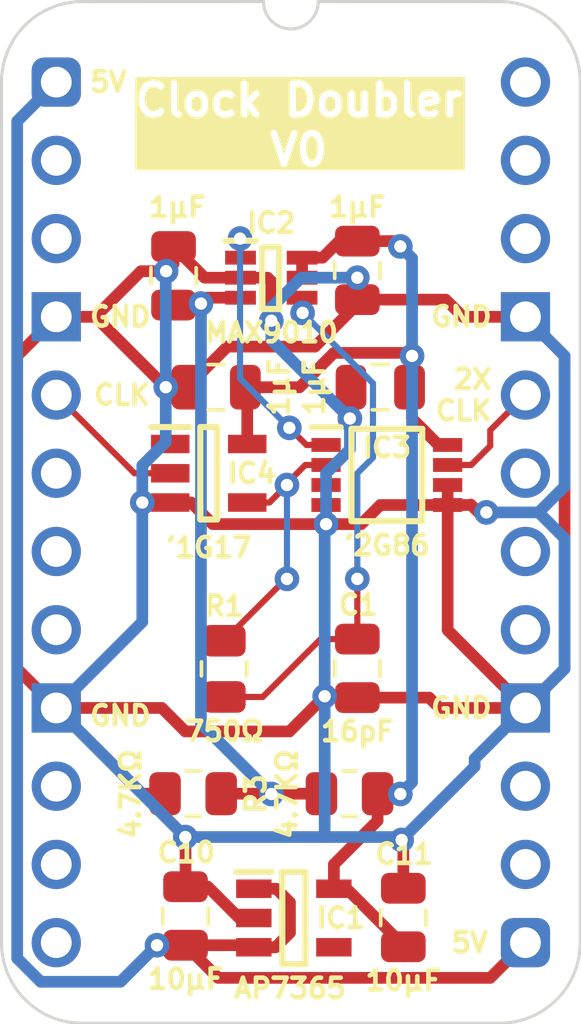
<source format=kicad_pcb>
(kicad_pcb (version 20241229) (generator "pcbnew") (generator_version "9.0")
  (title_block (title "Clock Hold Standard") (date "2024-02-16") (rev "V0"))
  (layers (0 "F.Cu" signal) (2 "B.Cu" signal) (13 "F.Paste" user) (15 "B.Paste" user) (5 "F.SilkS" user "F.Silkscreen") (7 "B.SilkS" user "B.Silkscreen") (1 "F.Mask" user) (3 "B.Mask" user) (25 "Edge.Cuts" user))
  (net 0 "")
  (net 1 "/3.3V")
  (net 5 "Net-(IC2-IN-)")
  (net 6 "/1.6V")
  (net 7 "Net-(IC2-OUT)")
  (net 11 "/Clean Fast CLK")
  (net 25 "GND")
  (net 26 "5V")
  (net 27 "2x Fast CLK")
  (net 28 "Fast CLK")
  (footprint "SamacSys_Parts:C_0805" (layer "F.Cu") (at 10.541 9.906 90)
    (property "Reference" "C5" (hide yes))
    (property "Value" "1μF" (at 0 -2.159 90) (layer "F.SilkS") (effects (font (size 0.635 0.635))))
    (fp_line (start 0.735 0.245252) (end 0.735 -0.277252) (stroke (width 0.12)) (layer "F.SilkS"))
    (fp_line (start -0.735 0.245252) (end -0.735 -0.277252) (stroke (width 0.12)) (layer "F.SilkS"))
    (pad "1" smd roundrect (at 0 0.934 180) (size 1 1.45) (layers "F.Cu" "F.Mask" "F.Paste") (net 1 "/3.3V"))
    (pad "2" smd roundrect (at 0 -0.966 180) (size 1 1.45) (layers "F.Cu" "F.Mask" "F.Paste") (net 25 "GND"))
  )
  (footprint "SamacSys_Parts:C_0805" (layer "F.Cu") (at 9.779 6.096 180)
    (property "Reference" "C4" (hide yes))
    (property "Value" "1μF" (at 0 2.032 0) (layer "F.SilkS") (effects (font (size 0.635 0.635))))
    (fp_line (start 0.735 0.245252) (end 0.735 -0.277252) (stroke (width 0.12)) (layer "F.SilkS"))
    (fp_line (start -0.735 0.245252) (end -0.735 -0.277252) (stroke (width 0.12)) (layer "F.SilkS"))
    (pad "1" smd roundrect (at 0 0.934 270) (size 1 1.45) (layers "F.Cu" "F.Mask" "F.Paste") (net 1 "/3.3V"))
    (pad "2" smd roundrect (at 0 -0.966 270) (size 1 1.45) (layers "F.Cu" "F.Mask" "F.Paste") (net 25 "GND"))
  )
  (footprint "SamacSys_Parts:R_0805" (layer "F.Cu") (at 4.445 23.114 -90)
    (property "Reference" "R3" (at 0 -2.032 90) (layer "F.SilkS") (effects (font (size 0.635 0.635))))
    (property "Value" "4.7KΩ" (at 0 2.032 90) (layer "F.SilkS") (effects (font (size 0.635 0.635))))
    (fp_line (start -0.745 0.227064) (end -0.745 -0.227064) (stroke (width 0.12)) (layer "F.SilkS"))
    (fp_line (start 0.725 0.227064) (end 0.725 -0.227064) (stroke (width 0.12)) (layer "F.SilkS"))
    (pad "1" smd roundrect (at -0.01 0.9125) (size 1.025 1.4) (layers "F.Cu" "F.Mask" "F.Paste") (roundrect_rratio 0.243902) (net 25 "GND"))
    (pad "2" smd roundrect (at -0.01 -0.9125) (size 1.025 1.4) (layers "F.Cu" "F.Mask" "F.Paste") (roundrect_rratio 0.243902) (net 6 "/1.6V"))
  )
  (footprint "SamacSys_Parts:DIP-24_Board_W15.24mm" (layer "F.Cu") (at 0 0)
    (property "Reference" "J1" (hide yes))
    (property "Value" "Conn_02x12_Counter_Clockwise" (hide yes))
    (fp_line (start -1.778 27.94) (end -1.778 0) (stroke (width 0.1)) (layer "Edge.Cuts"))
    (fp_line (start 6.731 -2.6162) (end 0.835732 -2.613732) (stroke (width 0.1)) (layer "Edge.Cuts"))
    (fp_line (start 14.404267 -2.613733) (end 8.509 -2.6162) (stroke (width 0.1)) (layer "Edge.Cuts"))
    (fp_line (start 14.404268 30.553732) (end 0.835733 30.553733) (stroke (width 0.1)) (layer "Edge.Cuts"))
    (fp_line (start 17.018 27.94) (end 17.017999 -0.000001) (stroke (width 0.1)) (layer "Edge.Cuts"))
    (fp_arc (start -1.778 0) (mid -1.012456 -1.848188) (end 0.835732 -2.613732) (stroke (width 0.1)) (layer "Edge.Cuts"))
    (fp_arc (start 0.835733 30.553733) (mid -1.012457 29.78819) (end -1.778 27.94) (stroke (width 0.1)) (layer "Edge.Cuts"))
    (fp_arc (start 8.509 -2.6162) (mid 7.62 -1.7272) (end 6.731 -2.6162) (stroke (width 0.1)) (layer "Edge.Cuts"))
    (fp_arc (start 14.404267 -2.613733) (mid 16.252451 -1.848184) (end 17.017999 -0.000001) (stroke (width 0.1)) (layer "Edge.Cuts"))
    (fp_arc (start 17.018 27.94) (mid 16.252456 29.788187) (end 14.404268 30.553732) (stroke (width 0.1)) (layer "Edge.Cuts"))
    (pad "1" thru_hole roundrect (at 0 0) (size 1.6 1.6) (drill 1) (layers "*.Cu" "*.Mask") (net 26 "5V"))
    (pad "2" thru_hole oval (at 0 2.54) (size 1.6 1.6) (drill 1) (layers "*.Cu" "*.Mask"))
    (pad "3" thru_hole oval (at 0 5.08) (size 1.6 1.6) (drill 1) (layers "*.Cu" "*.Mask"))
    (pad "4" thru_hole rect (at 0 7.62) (size 1.6 1.6) (drill 1) (layers "*.Cu" "*.Mask") (net 25 "GND"))
    (pad "5" thru_hole oval (at 0 10.16) (size 1.6 1.6) (drill 1) (layers "*.Cu" "*.Mask") (net 28 "Fast CLK"))
    (pad "6" thru_hole oval (at 0 12.7) (size 1.6 1.6) (drill 1) (layers "*.Cu" "*.Mask"))
    (pad "7" thru_hole oval (at 0 15.24) (size 1.6 1.6) (drill 1) (layers "*.Cu" "*.Mask"))
    (pad "8" thru_hole oval (at 0 17.78) (size 1.6 1.6) (drill 1) (layers "*.Cu" "*.Mask"))
    (pad "9" thru_hole rect (at 0 20.32) (size 1.6 1.6) (drill 1) (layers "*.Cu" "*.Mask") (net 25 "GND"))
    (pad "10" thru_hole oval (at 0 22.86) (size 1.6 1.6) (drill 1) (layers "*.Cu" "*.Mask"))
    (pad "11" thru_hole oval (at 0 25.4) (size 1.6 1.6) (drill 1) (layers "*.Cu" "*.Mask"))
    (pad "12" thru_hole oval (at 0 27.94) (size 1.6 1.6) (drill 1) (layers "*.Cu" "*.Mask"))
    (pad "13" thru_hole roundrect (at 15.24 27.94) (size 1.6 1.6) (drill 1) (layers "*.Cu" "*.Mask") (net 26 "5V"))
    (pad "14" thru_hole oval (at 15.24 25.4) (size 1.6 1.6) (drill 1) (layers "*.Cu" "*.Mask"))
    (pad "15" thru_hole oval (at 15.24 22.86) (size 1.6 1.6) (drill 1) (layers "*.Cu" "*.Mask"))
    (pad "16" thru_hole rect (at 15.24 20.32) (size 1.6 1.6) (drill 1) (layers "*.Cu" "*.Mask") (net 25 "GND"))
    (pad "17" thru_hole oval (at 15.24 17.78 180) (size 1.6 1.6) (drill 1) (layers "*.Cu" "*.Mask"))
    (pad "18" thru_hole oval (at 15.24 15.24 180) (size 1.6 1.6) (drill 1) (layers "*.Cu" "*.Mask"))
    (pad "19" thru_hole oval (at 15.24 12.7 180) (size 1.6 1.6) (drill 1) (layers "*.Cu" "*.Mask"))
    (pad "20" thru_hole oval (at 15.24 10.16 180) (size 1.6 1.6) (drill 1) (layers "*.Cu" "*.Mask") (net 27 "2x Fast CLK"))
    (pad "21" thru_hole rect (at 15.24 7.62) (size 1.6 1.6) (drill 1) (layers "*.Cu" "*.Mask") (net 25 "GND"))
    (pad "22" thru_hole oval (at 15.24 5.08) (size 1.6 1.6) (drill 1) (layers "*.Cu" "*.Mask"))
    (pad "23" thru_hole oval (at 15.24 2.54) (size 1.6 1.6) (drill 1) (layers "*.Cu" "*.Mask"))
    (pad "24" thru_hole oval (at 15.24 0) (size 1.6 1.6) (drill 1) (layers "*.Cu" "*.Mask"))
  )
  (footprint "SamacSys_Parts:C_0805" (layer "F.Cu") (at 9.779 19.05)
    (property "Reference" "C1" (at 0.027 -2.075 180) (layer "F.SilkS") (effects (font (size 0.635 0.635))))
    (property "Value" "16pF" (at 0 2.032 0) (layer "F.SilkS") (effects (font (size 0.635 0.635))))
    (fp_line (start -0.735 0.245252) (end -0.735 -0.277252) (stroke (width 0.12)) (layer "F.SilkS"))
    (fp_line (start 0.735 0.245252) (end 0.735 -0.277252) (stroke (width 0.12)) (layer "F.SilkS"))
    (pad "1" smd roundrect (at 0 0.934 90) (size 1 1.45) (layers "F.Cu" "F.Mask" "F.Paste") (net 25 "GND"))
    (pad "2" smd roundrect (at 0 -0.966 90) (size 1 1.45) (layers "F.Cu" "F.Mask" "F.Paste") (net 5 "Net-(IC2-IN-)"))
  )
  (footprint "SamacSys_Parts:SOT65P210X110-6N" (layer "F.Cu") (at 6.985 6.35)
    (property "Reference" "IC2" (at 0 -1.778 0) (layer "F.SilkS") (effects (font (size 0.635 0.635))))
    (property "Value" "MAX9010EXT+T" (hide yes))
    (fp_line (start -1.5 -1.2) (end -0.5 -1.2) (stroke (width 0.2)) (layer "F.SilkS"))
    (fp_line (start -0.296 -0.984) (end 0.254 -0.984) (stroke (width 0.2)) (layer "F.SilkS"))
    (fp_line (start -0.296 1.016) (end -0.296 -0.984) (stroke (width 0.2)) (layer "F.SilkS"))
    (fp_line (start 0.254 -0.984) (end 0.254 1.016) (stroke (width 0.2)) (layer "F.SilkS"))
    (fp_line (start 0.254 1.016) (end -0.296 1.016) (stroke (width 0.2)) (layer "F.SilkS"))
    (fp_text user "${Silkscreen}" (at 0 1.778 0) (layer "F.SilkS") (effects (font (size 0.635 0.635))))
    (pad "1" smd rect (at -1 -0.65 90) (size 0.45 1) (layers "F.Cu" "F.Mask" "F.Paste") (net 7 "Net-(IC2-OUT)"))
    (pad "2" smd rect (at -1 0 90) (size 0.45 1) (layers "F.Cu" "F.Mask" "F.Paste") (net 25 "GND"))
    (pad "3" smd rect (at -1 0.65 90) (size 0.45 1) (layers "F.Cu" "F.Mask" "F.Paste") (net 6 "/1.6V"))
    (pad "4" smd rect (at 1 0.65 90) (size 0.45 1) (layers "F.Cu" "F.Mask" "F.Paste") (net 5 "Net-(IC2-IN-)"))
    (pad "5" smd rect (at 1 0 90) (size 0.45 1) (layers "F.Cu" "F.Mask" "F.Paste") (net 1 "/3.3V"))
    (pad "6" smd rect (at 1 -0.65 90) (size 0.45 1) (layers "F.Cu" "F.Mask" "F.Paste") (net 1 "/3.3V"))
  )
  (footprint "SamacSys_Parts:SOP65P400X110-8N" (layer "F.Cu") (at 10.738 12.756)
    (property "Reference" "IC3" (at 0 -0.889 0) (layer "F.SilkS") (effects (font (size 0.635 0.635))))
    (property "Value" "74LVC2G86DP,125" (hide yes))
    (fp_line (start -2.45 -1.55) (end -1.5 -1.55) (stroke (width 0.2)) (layer "F.SilkS"))
    (fp_line (start -1.15 -1.5) (end 1.15 -1.5) (stroke (width 0.2)) (layer "F.SilkS"))
    (fp_line (start -1.15 1.5) (end -1.15 -1.5) (stroke (width 0.2)) (layer "F.SilkS"))
    (fp_line (start 1.15 -1.5) (end 1.15 1.5) (stroke (width 0.2)) (layer "F.SilkS"))
    (fp_line (start 1.15 1.5) (end -1.15 1.5) (stroke (width 0.2)) (layer "F.SilkS"))
    (fp_text user "${Silkscreen}" (at 0 2.286 0) (layer "F.SilkS") (effects (font (size 0.635 0.635))))
    (pad "1" smd rect (at -1.975 -0.975 90) (size 0.45 0.95) (layers "F.Cu" "F.Mask" "F.Paste") (net 7 "Net-(IC2-OUT)"))
    (pad "2" smd rect (at -1.975 -0.325 90) (size 0.45 0.95) (layers "F.Cu" "F.Mask" "F.Paste") (net 11 "/Clean Fast CLK"))
    (pad "3" smd rect (at -1.975 0.325 90) (size 0.45 0.95) (layers "F.Cu" "F.Mask" "F.Paste"))
    (pad "4" smd rect (at -1.975 0.975 90) (size 0.45 0.95) (layers "F.Cu" "F.Mask" "F.Paste") (net 25 "GND"))
    (pad "5" smd rect (at 1.975 0.975 90) (size 0.45 0.95) (layers "F.Cu" "F.Mask" "F.Paste") (net 25 "GND"))
    (pad "6" smd rect (at 1.975 0.325 90) (size 0.45 0.95) (layers "F.Cu" "F.Mask" "F.Paste") (net 25 "GND"))
    (pad "7" smd rect (at 1.975 -0.325 90) (size 0.45 0.95) (layers "F.Cu" "F.Mask" "F.Paste") (net 27 "2x Fast CLK"))
    (pad "8" smd rect (at 1.975 -0.975 90) (size 0.45 0.95) (layers "F.Cu" "F.Mask" "F.Paste") (net 1 "/3.3V"))
  )
  (footprint "SamacSys_Parts:R_0805" (layer "F.Cu") (at 9.525 23.114 -90)
    (property "Reference" "R2" (hide yes))
    (property "Value" "4.7KΩ" (at 0 2.032 90) (layer "F.SilkS") (effects (font (size 0.635 0.635))))
    (fp_line (start -0.745 0.227064) (end -0.745 -0.227064) (stroke (width 0.12)) (layer "F.SilkS"))
    (fp_line (start 0.725 0.227064) (end 0.725 -0.227064) (stroke (width 0.12)) (layer "F.SilkS"))
    (pad "1" smd roundrect (at -0.01 0.9125) (size 1.025 1.4) (layers "F.Cu" "F.Mask" "F.Paste") (roundrect_rratio 0.243902) (net 6 "/1.6V"))
    (pad "2" smd roundrect (at -0.01 -0.9125) (size 1.025 1.4) (layers "F.Cu" "F.Mask" "F.Paste") (roundrect_rratio 0.243902) (net 1 "/3.3V"))
  )
  (footprint "SamacSys_Parts:C_0805" (layer "F.Cu") (at 11.273 27.14)
    (property "Reference" "C11" (at 0.027 -2.075 180) (layer "F.SilkS") (effects (font (size 0.635 0.635))))
    (property "Value" "10µF" (at 0 2.032 0) (layer "F.SilkS") (effects (font (size 0.635 0.635))))
    (fp_line (start -0.735 0.245252) (end -0.735 -0.277252) (stroke (width 0.12)) (layer "F.SilkS"))
    (fp_line (start 0.735 0.245252) (end 0.735 -0.277252) (stroke (width 0.12)) (layer "F.SilkS"))
    (pad "1" smd roundrect (at 0 0.934 90) (size 1 1.45) (layers "F.Cu" "F.Mask" "F.Paste") (net 1 "/3.3V"))
    (pad "2" smd roundrect (at 0 -0.966 90) (size 1 1.45) (layers "F.Cu" "F.Mask" "F.Paste") (net 25 "GND"))
  )
  (footprint "SamacSys_Parts:C_0805" (layer "F.Cu") (at 5.207 9.906 90)
    (property "Reference" "C3" (hide yes))
    (property "Value" "1μF" (at 0 2.032 90) (layer "F.SilkS") (effects (font (size 0.635 0.635))))
    (fp_line (start 0.735 0.245252) (end 0.735 -0.277252) (stroke (width 0.12)) (layer "F.SilkS"))
    (fp_line (start -0.735 0.245252) (end -0.735 -0.277252) (stroke (width 0.12)) (layer "F.SilkS"))
    (pad "1" smd roundrect (at 0 0.934 180) (size 1 1.45) (layers "F.Cu" "F.Mask" "F.Paste") (net 1 "/3.3V"))
    (pad "2" smd roundrect (at 0 -0.966 180) (size 1 1.45) (layers "F.Cu" "F.Mask" "F.Paste") (net 25 "GND"))
  )
  (footprint "SamacSys_Parts:SOT95P285X130-5N" (layer "F.Cu") (at 7.717 27.14)
    (property "Reference" "IC1" (at 1.524 0 0) (layer "F.SilkS") (effects (font (size 0.635 0.635))))
    (property "Value" "AP7365-33WG-7" (hide yes))
    (property "Silkscreen" "AP7365" (at -0.127 2.286 0) (layer "F.SilkS") (effects (font (size 0.635 0.635))))
    (fp_line (start -1.875 -1.5) (end -0.725 -1.5) (stroke (width 0.2)) (layer "F.SilkS"))
    (fp_line (start -0.375 -1.5) (end 0.375 -1.5) (stroke (width 0.2)) (layer "F.SilkS"))
    (fp_line (start -0.375 1.5) (end -0.375 -1.5) (stroke (width 0.2)) (layer "F.SilkS"))
    (fp_line (start 0.375 -1.5) (end 0.375 1.5) (stroke (width 0.2)) (layer "F.SilkS"))
    (fp_line (start 0.375 1.5) (end -0.375 1.5) (stroke (width 0.2)) (layer "F.SilkS"))
    (pad "1" smd rect (at -1.3 -0.95 90) (size 0.6 1.15) (layers "F.Cu" "F.Mask" "F.Paste") (net 26 "5V"))
    (pad "2" smd rect (at -1.3 0 90) (size 0.6 1.15) (layers "F.Cu" "F.Mask" "F.Paste") (net 25 "GND"))
    (pad "3" smd rect (at -1.3 0.95 90) (size 0.6 1.15) (layers "F.Cu" "F.Mask" "F.Paste") (net 26 "5V"))
    (pad "4" smd rect (at 1.3 0.95 90) (size 0.6 1.15) (layers "F.Cu" "F.Mask" "F.Paste"))
    (pad "5" smd rect (at 1.3 -0.95 90) (size 0.6 1.15) (layers "F.Cu" "F.Mask" "F.Paste") (net 1 "/3.3V"))
  )
  (footprint "SamacSys_Parts:R_0805" (layer "F.Cu") (at 5.461 19.05)
    (property "Reference" "R1" (at 0 -2.032 0) (layer "F.SilkS") (effects (font (size 0.635 0.635))))
    (property "Value" "750Ω" (at 0 2.032 0) (layer "F.SilkS") (effects (font (size 0.635 0.635))))
    (fp_line (start -0.745 0.227064) (end -0.745 -0.227064) (stroke (width 0.12)) (layer "F.SilkS"))
    (fp_line (start 0.725 0.227064) (end 0.725 -0.227064) (stroke (width 0.12)) (layer "F.SilkS"))
    (pad "1" smd roundrect (at -0.01 0.9125 90) (size 1.025 1.4) (layers "F.Cu" "F.Mask" "F.Paste") (roundrect_rratio 0.243902) (net 5 "Net-(IC2-IN-)"))
    (pad "2" smd roundrect (at -0.01 -0.9125 90) (size 1.025 1.4) (layers "F.Cu" "F.Mask" "F.Paste") (roundrect_rratio 0.243902) (net 11 "/Clean Fast CLK"))
  )
  (footprint "SamacSys_Parts:C_0805" (layer "F.Cu") (at 4.199 27.09)
    (property "Reference" "C10" (at 0.027 -2.075 180) (layer "F.SilkS") (effects (font (size 0.635 0.635))))
    (property "Value" "10µF" (at 0 2.032 0) (layer "F.SilkS") (effects (font (size 0.635 0.635))))
    (fp_line (start -0.735 0.245252) (end -0.735 -0.277252) (stroke (width 0.12)) (layer "F.SilkS"))
    (fp_line (start 0.735 0.245252) (end 0.735 -0.277252) (stroke (width 0.12)) (layer "F.SilkS"))
    (pad "1" smd roundrect (at 0 0.934 90) (size 1 1.45) (layers "F.Cu" "F.Mask" "F.Paste") (net 26 "5V"))
    (pad "2" smd roundrect (at 0 -0.966 90) (size 1 1.45) (layers "F.Cu" "F.Mask" "F.Paste") (net 25 "GND"))
  )
  (footprint "SamacSys_Parts:C_0805" (layer "F.Cu") (at 3.81 6.305)
    (property "Reference" "C2" (hide yes))
    (property "Value" "1μF" (at 0.127 -2.241 0) (layer "F.SilkS") (effects (font (size 0.635 0.635))))
    (fp_line (start -0.735 0.245252) (end -0.735 -0.277252) (stroke (width 0.12)) (layer "F.SilkS"))
    (fp_line (start 0.735 0.245252) (end 0.735 -0.277252) (stroke (width 0.12)) (layer "F.SilkS"))
    (pad "1" smd roundrect (at 0 0.934 90) (size 1 1.45) (layers "F.Cu" "F.Mask" "F.Paste") (net 6 "/1.6V"))
    (pad "2" smd roundrect (at 0 -0.966 90) (size 1 1.45) (layers "F.Cu" "F.Mask" "F.Paste") (net 25 "GND"))
  )
  (footprint "SamacSys_Parts:SOT95P275X110-5N" (layer "F.Cu") (at 4.953 12.7)
    (property "Reference" "IC4" (at 1.397 0 0) (layer "F.SilkS") (effects (font (size 0.635 0.635))))
    (property "Value" "74LVC1G17GV,125" (hide yes))
    (property "Silkscreen" "'1G17" (at 0 2.413 0) (layer "F.SilkS") (effects (font (size 0.635 0.635))))
    (fp_line (start -1.875 -1.5) (end -0.625 -1.5) (stroke (width 0.2)) (layer "F.SilkS"))
    (fp_line (start -0.275 -1.5) (end 0.275 -1.5) (stroke (width 0.2)) (layer "F.SilkS"))
    (fp_line (start -0.275 1.5) (end -0.275 -1.5) (stroke (width 0.2)) (layer "F.SilkS"))
    (fp_line (start 0.275 -1.5) (end 0.275 1.5) (stroke (width 0.2)) (layer "F.SilkS"))
    (fp_line (start 0.275 1.5) (end -0.275 1.5) (stroke (width 0.2)) (layer "F.SilkS"))
    (pad "1" smd rect (at -1.25 -0.95 90) (size 0.6 1.25) (layers "F.Cu" "F.Mask" "F.Paste"))
    (pad "2" smd rect (at -1.25 0 90) (size 0.6 1.25) (layers "F.Cu" "F.Mask" "F.Paste") (net 28 "Fast CLK"))
    (pad "3" smd rect (at -1.25 0.95 90) (size 0.6 1.25) (layers "F.Cu" "F.Mask" "F.Paste") (net 25 "GND"))
    (pad "4" smd rect (at 1.25 0.95 90) (size 0.6 1.25) (layers "F.Cu" "F.Mask" "F.Paste") (net 11 "/Clean Fast CLK"))
    (pad "5" smd rect (at 1.25 -0.95 90) (size 0.6 1.25) (layers "F.Cu" "F.Mask" "F.Paste") (net 1 "/3.3V"))
  )
  (footprint "SamacSys_Parts:PinHeader_1x12_P2.54mm_Vertical" (layer "B.Cu") (at 0 0 180)
    (property "Reference" "J2" (hide yes))
    (property "Value" "Pin_Header_01x12")
  )
  (footprint "SamacSys_Parts:PinHeader_1x12_P2.54mm_Vertical" (layer "B.Cu") (at 15.24 0 180)
    (property "Reference" "J3" (hide yes))
    (property "Value" "Pin_Header_01x12")
  )
  (gr_text "5V" (at 1.016 0 0) (layer "F.SilkS") (effects (font (size 0.635 0.635) (thickness 0.15) (bold yes)) (justify left)))
  (gr_text "Clock Doubler\nV0" (at 7.874 1.397 0) (layer "F.SilkS" knockout) (effects (font (size 1 1) (thickness 0.2) (bold yes))))
  (gr_text "GND" (at 14.224 7.62 0) (layer "F.SilkS") (effects (font (size 0.635 0.635) (thickness 0.15) (bold yes)) (justify right)))
  (gr_text "GND" (at 14.224 20.32 0) (layer "F.SilkS") (effects (font (size 0.635 0.635) (thickness 0.15) (bold yes)) (justify right)))
  (gr_text "2X\nCLK" (at 14.224 10.16 0) (layer "F.SilkS") (effects (font (size 0.635 0.635) (thickness 0.15) (bold yes)) (justify right)))
  (gr_text "CLK" (at 1.143 10.16 0) (layer "F.SilkS") (effects (font (size 0.635 0.635) (thickness 0.15) (bold yes)) (justify left)))
  (gr_text "GND" (at 1.016 20.574 0) (layer "F.SilkS") (effects (font (size 0.635 0.635) (thickness 0.15) (bold yes)) (justify left)))
  (gr_text "GND" (at 1.016 7.62 0) (layer "F.SilkS") (effects (font (size 0.635 0.635) (thickness 0.15) (bold yes)) (justify left)))
  (gr_text "5V" (at 14.097 27.94 0) (layer "F.SilkS") (effects (font (size 0.635 0.635) (thickness 0.15) (bold yes)) (justify right)))
  (segment (start 9.779 5.162) (end 9.189 5.162) (width 0.38) (layer "F.Cu") (net 1))
  (segment (start 11.552 9.906) (end 11.552 8.895) (width 0.38) (layer "F.Cu") (net 1))
  (segment (start 9.779 5.162) (end 11.004002 5.162) (width 0.38) (layer "F.Cu") (net 1))
  (segment (start 11.458 8.791) (end 11.557 8.89) (width 0.38) (layer "F.Cu") (net 1))
  (segment (start 9.017 25.4) (end 10.4375 23.9795) (width 0.38) (layer "F.Cu") (net 1))
  (segment (start 9.189 5.162) (end 8.651 5.7) (width 0.38) (layer "F.Cu") (net 1))
  (segment (start 7.904486 9.906) (end 9.019486 8.791) (width 0.38) (layer "F.Cu") (net 1))
  (segment (start 6.141 9.906) (end 7.904486 9.906) (width 0.38) (layer "F.Cu") (net 1))
  (segment (start 11.175994 23.114) (end 10.4475 23.114) (width 0.38) (layer "F.Cu") (net 1))
  (segment (start 7.985 6.35) (end 7.985 5.7) (width 0.38) (layer "F.Cu") (net 1))
  (segment (start 11.273 28.029) (end 9.434 26.19) (width 0.38) (layer "F.Cu") (net 1))
  (segment (start 11.552 8.895) (end 11.557 8.89) (width 0.38) (layer "F.Cu") (net 1))
  (segment (start 11.004002 5.162) (end 11.176 5.333998) (width 0.38) (layer "F.Cu") (net 1))
  (segment (start 12.416 11.781) (end 12.713 11.781) (width 0.38) (layer "F.Cu") (net 1))
  (segment (start 8.651 5.7) (end 7.985 5.7) (width 0.38) (layer "F.Cu") (net 1))
  (segment (start 9.434 26.19) (end 9.017 26.19) (width 0.38) (layer "F.Cu") (net 1))
  (segment (start 11.552 10.917) (end 12.416 11.781) (width 0.38) (layer "F.Cu") (net 1))
  (segment (start 11.552 9.906) (end 11.552 10.917) (width 0.38) (layer "F.Cu") (net 1))
  (segment (start 9.017 26.19) (end 9.017 25.4) (width 0.38) (layer "F.Cu") (net 1))
  (segment (start 10.4375 23.9795) (end 10.4375 23.104) (width 0.38) (layer "F.Cu") (net 1))
  (segment (start 9.019486 8.791) (end 11.458 8.791) (width 0.38) (layer "F.Cu") (net 1))
  (segment (start 6.203 11.75) (end 6.203 9.968) (width 0.38) (layer "F.Cu") (net 1))
  (via (at 11.557 8.89) (size 0.8) (drill 0.4) (layers "F.Cu" "B.Cu") (net 1))
  (via (at 11.175994 23.114) (size 0.8) (drill 0.4) (layers "F.Cu" "B.Cu") (net 1))
  (via (at 11.176 5.333998) (size 0.8) (drill 0.4) (layers "F.Cu" "B.Cu") (net 1))
  (segment (start 11.557 8.89) (end 11.557 5.714998) (width 0.38) (layer "B.Cu") (net 1))
  (segment (start 11.557 8.89) (end 11.557 22.733) (width 0.38) (layer "B.Cu") (net 1))
  (segment (start 11.557 5.714998) (end 11.176 5.333998) (width 0.38) (layer "B.Cu") (net 1))
  (segment (start 11.557 22.733) (end 11.176 23.114) (width 0.38) (layer "B.Cu") (net 1))
  (segment (start 11.176 23.114) (end 11.175994 23.114) (width 0.38) (layer "B.Cu") (net 1))
  (segment (start 8.001 7.016) (end 8.001 7.493) (width 0.2) (layer "F.Cu") (net 5))
  (segment (start 6.7075 19.9625) (end 5.451 19.9625) (width 0.2) (layer "F.Cu") (net 5))
  (segment (start 9.779 18.084) (end 9.779 16.129) (width 0.2) (layer "F.Cu") (net 5))
  (segment (start 9.779 18.084) (end 8.586 18.084) (width 0.2) (layer "F.Cu") (net 5))
  (segment (start 8.586 18.084) (end 6.7075 19.9625) (width 0.2) (layer "F.Cu") (net 5))
  (via (at 8.001 7.493) (size 0.8) (drill 0.4) (layers "F.Cu" "B.Cu") (net 5))
  (via (at 9.779 16.129) (size 0.8) (drill 0.4) (layers "F.Cu" "B.Cu") (net 5))
  (segment (start 10.287 9.779) (end 8.001 7.493) (width 0.2) (layer "B.Cu") (net 5))
  (segment (start 9.779 16.129) (end 9.779 12.7) (width 0.2) (layer "B.Cu") (net 5))
  (segment (start 9.779 12.7) (end 10.287 12.192) (width 0.2) (layer "B.Cu") (net 5))
  (segment (start 10.287 12.192) (end 10.287 9.779) (width 0.2) (layer "B.Cu") (net 5))
  (segment (start 3.859 7.19) (end 4.699 7.19) (width 0.38) (layer "F.Cu") (net 6))
  (segment (start 4.889002 7) (end 4.699001 7.190001) (width 0.38) (layer "F.Cu") (net 6))
  (segment (start 5.3575 23.104) (end 6.975004 23.104) (width 0.38) (layer "F.Cu") (net 6))
  (segment (start 5.985 7) (end 4.889002 7) (width 0.38) (layer "F.Cu") (net 6))
  (segment (start 6.975004 23.104) (end 6.985004 23.114) (width 0.38) (layer "F.Cu") (net 6))
  (segment (start 8.6125 23.104) (end 6.995004 23.104) (width 0.38) (layer "F.Cu") (net 6))
  (segment (start 4.699 7.19) (end 4.699001 7.190001) (width 0.38) (layer "F.Cu") (net 6))
  (segment (start 6.995004 23.104) (end 6.985004 23.114) (width 0.38) (layer "F.Cu") (net 6))
  (via (at 4.699001 7.190001) (size 0.8) (drill 0.4) (layers "F.Cu" "B.Cu") (net 6))
  (via (at 6.985004 23.114) (size 0.8) (drill 0.4) (layers "F.Cu" "B.Cu") (net 6))
  (segment (start 4.699001 7.190001) (end 4.699001 20.827997) (width 0.38) (layer "B.Cu") (net 6))
  (segment (start 4.699001 20.827997) (end 6.985004 23.114) (width 0.38) (layer "B.Cu") (net 6))
  (segment (start 8.763 11.781) (end 8.12606 11.781) (width 0.2) (layer "F.Cu") (net 7))
  (segment (start 8.12606 11.781) (end 7.57053 11.22547) (width 0.2) (layer "F.Cu") (net 7))
  (segment (start 5.985 5.7) (end 5.985 5.096) (width 0.2) (layer "F.Cu") (net 7))
  (segment (start 5.985 5.096) (end 5.969 5.08) (width 0.2) (layer "F.Cu") (net 7))
  (via (at 5.969 5.08) (size 0.8) (drill 0.4) (layers "F.Cu" "B.Cu") (net 7))
  (via (at 7.57053 11.22547) (size 0.8) (drill 0.4) (layers "F.Cu" "B.Cu") (net 7))
  (segment (start 5.969 9.62394) (end 7.57053 11.22547) (width 0.2) (layer "B.Cu") (net 7))
  (segment (start 5.969 5.08) (end 5.969 9.62394) (width 0.2) (layer "B.Cu") (net 7))
  (segment (start 8.763 12.431) (end 8.088 12.431) (width 0.2) (layer "F.Cu") (net 11))
  (segment (start 8.088 12.431) (end 7.493 13.026) (width 0.2) (layer "F.Cu") (net 11))
  (segment (start 6.203 13.65) (end 6.924002 13.65) (width 0.2) (layer "F.Cu") (net 11))
  (segment (start 5.451 18.1375) (end 7.4595 16.129) (width 0.2) (layer "F.Cu") (net 11))
  (segment (start 7.493 13.026) (end 7.493 13.081002) (width 0.2) (layer "F.Cu") (net 11))
  (segment (start 6.924002 13.65) (end 7.493 13.081002) (width 0.2) (layer "F.Cu") (net 11))
  (segment (start 7.4595 16.129) (end 7.493 16.129) (width 0.2) (layer "F.Cu") (net 11))
  (via (at 7.493 16.129) (size 0.8) (drill 0.4) (layers "F.Cu" "B.Cu") (net 11))
  (via (at 7.493 13.081002) (size 0.8) (drill 0.4) (layers "F.Cu" "B.Cu") (net 11))
  (segment (start 7.493 16.129) (end 7.493 13.081002) (width 0.2) (layer "B.Cu") (net 11))
  (segment (start 0.889002 7.62) (end 0 7.62) (width 0.38) (layer "F.Cu") (net 25))
  (segment (start 12.713 13.731) (end 13.447 13.731) (width 0.38) (layer "F.Cu") (net 25))
  (segment (start 9.676229 7.314013) (end 8.403242 8.587) (width 0.38) (layer "F.Cu") (net 25))
  (segment (start 3.703 13.65) (end 2.794 13.65) (width 0.38) (layer "F.Cu") (net 25))
  (segment (start 2.751 6.139) (end 3.568259 6.139) (width 0.38) (layer "F.Cu") (net 25))
  (segment (start 5.985 6.35) (end 6.865 6.35) (width 0.38) (layer "F.Cu") (net 25))
  (segment (start 1.27 7.62) (end 3.556 9.906) (width 0.38) (layer "F.Cu") (net 25))
  (segment (start 8.763 14.351) (end 5.08 14.351) (width 0.38) (layer "F.Cu") (net 25))
  (segment (start 4.199 26.124) (end 4.199 24.519) (width 0.38) (layer "F.Cu") (net 25))
  (segment (start 3.5325 23.8525) (end 3.5325 23.104) (width 0.38) (layer "F.Cu") (net 25))
  (segment (start 6.417 27.14) (end 5.939 27.14) (width 0.38) (layer "F.Cu") (net 25))
  (segment (start 0 7.62) (end -1.27 8.89) (width 0.38) (layer "F.Cu") (net 25))
  (segment (start 16.51 8.89) (end 16.51 19.05) (width 0.38) (layer "F.Cu") (net 25))
  (segment (start 12.65 7.062) (end 13.208 7.62) (width 0.38) (layer "F.Cu") (net 25))
  (segment (start 2.784 23.104) (end 3.5325 23.104) (width 0.38) (layer "F.Cu") (net 25))
  (segment (start 6.985 6.47) (end 6.985 7.747) (width 0.38) (layer "F.Cu") (net 25))
  (segment (start 9.906 14.351) (end 10.526 13.731) (width 0.38) (layer "F.Cu") (net 25))
  (segment (start 8.763 14.351) (end 8.763 13.731) (width 0.38) (layer "F.Cu") (net 25))
  (segment (start 12.446 20.32) (end 15.24 20.32) (width 0.38) (layer "F.Cu") (net 25))
  (segment (start 9.779 7.062) (end 12.65 7.062) (width 0.38) (layer "F.Cu") (net 25))
  (segment (start -1.27 8.89) (end -1.27 19.05) (width 0.38) (layer "F.Cu") (net 25))
  (segment (start 9.652 10.807) (end 9.537 10.922) (width 0.38) (layer "F.Cu") (net 25))
  (segment (start 4.923 26.124) (end 4.199 26.124) (width 0.38) (layer "F.Cu") (net 25))
  (segment (start 9.779 7.062) (end 9.779 6.35) (width 0.38) (layer "F.Cu") (net 25))
  (segment (start 0 20.32) (end 3.429 20.32) (width 0.38) (layer "F.Cu") (net 25))
  (segment (start 9.779 19.984) (end 12.11 19.984) (width 0.38) (layer "F.Cu") (net 25))
  (segment (start 8.403242 8.587) (end 5.56 8.587) (width 0.38) (layer "F.Cu") (net 25))
  (segment (start 4.379 13.65) (end 3.703 13.65) (width 0.38) (layer "F.Cu") (net 25))
  (segment (start 13.462 13.716) (end 13.716 13.97) (width 0.38) (layer "F.Cu") (net 25))
  (segment (start 5.985 6.35) (end 4.821 6.35) (width 0.38) (layer "F.Cu") (net 25))
  (segment (start 11.273 24.660981) (end 11.273 26.174) (width 0.38) (layer "F.Cu") (net 25))
  (segment (start 4.191014 24.511014) (end 3.5325 23.8525) (width 0.38) (layer "F.Cu") (net 25))
  (segment (start 12.11 19.984) (end 12.446 20.32) (width 0.38) (layer "F.Cu") (net 25))
  (segment (start 1.27 7.62) (end 2.751 6.139) (width 0.38) (layer "F.Cu") (net 25))
  (segment (start 3.568259 6.139) (end 3.81 5.897259) (width 0.38) (layer "F.Cu") (net 25))
  (segment (start 9.652 9.906) (end 9.652 10.807) (width 0.38) (layer "F.Cu") (net 25))
  (segment (start 9.779 19.984) (end 8.763005 19.984) (width 0.38) (layer "F.Cu") (net 25))
  (segment (start 8.763005 19.984) (end 8.718005 19.939) (width 0.38) (layer "F.Cu") (net 25))
  (segment (start 0 20.32) (end 2.784 23.104) (width 0.38) (layer "F.Cu") (net 25))
  (segment (start 12.713 13.081) (end 12.713 13.731) (width 0.38) (layer "F.Cu") (net 25))
  (segment (start 4.241 9.906) (end 3.556 9.906) (width 0.38) (layer "F.Cu") (net 25))
  (segment (start 5.08 14.351) (end 4.379 13.65) (width 0.38) (layer "F.Cu") (net 25))
  (segment (start 8.763 14.351) (end 9.906 14.351) (width 0.38) (layer "F.Cu") (net 25))
  (segment (start 0.889002 7.62) (end 1.27 7.62) (width 0.38) (layer "F.Cu") (net 25))
  (segment (start 12.713 17.793) (end 15.24 20.32) (width 0.38) (layer "F.Cu") (net 25))
  (segment (start 4.191 21.082) (end 7.575005 21.082) (width 0.38) (layer "F.Cu") (net 25))
  (segment (start 16.51 19.05) (end 15.24 20.32) (width 0.38) (layer "F.Cu") (net 25))
  (segment (start 6.865 6.35) (end 6.985 6.47) (width 0.38) (layer "F.Cu") (net 25))
  (segment (start 10.526 13.731) (end 12.713 13.731) (width 0.38) (layer "F.Cu") (net 25))
  (segment (start 7.575005 21.082) (end 8.718005 19.939) (width 0.38) (layer "F.Cu") (net 25))
  (segment (start 4.821 6.35) (end 3.81 5.339) (width 0.38) (layer "F.Cu") (net 25))
  (segment (start 5.56 8.587) (end 4.241 9.906) (width 0.38) (layer "F.Cu") (net 25))
  (segment (start 15.24 7.62) (end 16.51 8.89) (width 0.38) (layer "F.Cu") (net 25))
  (segment (start 13.208 7.62) (end 15.24 7.62) (width 0.38) (layer "F.Cu") (net 25))
  (segment (start 3.81 5.897259) (end 3.81 5.339) (width 0.38) (layer "F.Cu") (net 25))
  (segment (start 11.218492 24.606473) (end 11.273 24.660981) (width 0.38) (layer "F.Cu") (net 25))
  (segment (start -1.27 19.05) (end 0 20.32) (width 0.38) (layer "F.Cu") (net 25))
  (segment (start 4.199 24.519) (end 4.191014 24.511014) (width 0.38) (layer "F.Cu") (net 25))
  (segment (start 13.716 13.97) (end 13.97 13.97) (width 0.38) (layer "F.Cu") (net 25))
  (segment (start 3.429 20.32) (end 4.191 21.082) (width 0.38) (layer "F.Cu") (net 25))
  (segment (start 5.939 27.14) (end 4.923 26.124) (width 0.38) (layer "F.Cu") (net 25))
  (segment (start 12.713 13.731) (end 12.713 17.793) (width 0.38) (layer "F.Cu") (net 25))
  (segment (start 13.447 13.731) (end 13.462 13.716) (width 0.38) (layer "F.Cu") (net 25))
  (via (at 6.985 7.747) (size 0.8) (drill 0.4) (layers "F.Cu" "B.Cu") (net 25))
  (via (at 4.191014 24.511014) (size 0.8) (drill 0.4) (layers "F.Cu" "B.Cu") (net 25))
  (via (at 3.556 9.906) (size 0.8) (drill 0.4) (layers "F.Cu" "B.Cu") (net 25))
  (via (at 11.218492 24.606473) (size 0.8) (drill 0.4) (layers "F.Cu" "B.Cu") (net 25))
  (via (at 8.718005 19.939) (size 0.8) (drill 0.4) (layers "F.Cu" "B.Cu") (net 25))
  (via (at 8.763 14.351) (size 0.8) (drill 0.4) (layers "F.Cu" "B.Cu") (net 25))
  (via (at 9.537 10.922) (size 0.8) (drill 0.4) (layers "F.Cu" "B.Cu") (net 25))
  (via (at 3.568259 6.139) (size 0.8) (drill 0.4) (layers "F.Cu" "B.Cu") (net 25))
  (via (at 2.794 13.65) (size 0.8) (drill 0.4) (layers "F.Cu" "B.Cu") (net 25))
  (via (at 13.97 13.97) (size 0.8) (drill 0.4) (layers "F.Cu" "B.Cu") (net 25))
  (via (at 9.779 6.35) (size 0.8) (drill 0.4) (layers "F.Cu" "B.Cu") (net 25))
  (segment (start 0 20.32) (end 2.794 17.526) (width 0.38) (layer "B.Cu") (net 25))
  (segment (start 15.668 13.97) (end 16.51 14.812) (width 0.38) (layer "B.Cu") (net 25))
  (segment (start 16.51 13.128) (end 15.668 13.97) (width 0.38) (layer "B.Cu") (net 25))
  (segment (start 16.51 19.05) (end 15.24 20.32) (width 0.38) (layer "B.Cu") (net 25))
  (segment (start 15.24 7.62) (end 16.51 8.89) (width 0.38) (layer "B.Cu") (net 25))
  (segment (start 11.123033 24.511014) (end 8.636 24.511014) (width 0.38) (layer "B.Cu") (net 25))
  (segment (start 6.985 8.37) (end 6.985 7.747) (width 0.38) (layer "B.Cu") (net 25))
  (segment (start 9.537 10.922) (end 6.985 8.37) (width 0.38) (layer "B.Cu") (net 25))
  (segment (start 0 20.32) (end 4.191014 24.511014) (width 0.38) (layer "B.Cu") (net 25))
  (segment (start 11.218492 24.606473) (end 11.123033 24.511014) (width 0.38) (layer "B.Cu") (net 25))
  (segment (start 3.568259 6.139) (end 3.556 6.151259) (width 0.38) (layer "B.Cu") (net 25))
  (segment (start 8.718005 14.395995) (end 8.718005 19.939) (width 0.38) (layer "B.Cu") (net 25))
  (segment (start 9.779 6.35) (end 7.95606 6.35) (width 0.38) (layer "B.Cu") (net 25))
  (segment (start 13.589 21.971) (end 15.24 20.32) (width 0.38) (layer "B.Cu") (net 25))
  (segment (start 8.763 14.351) (end 8.718005 14.395995) (width 0.38) (layer "B.Cu") (net 25))
  (segment (start 16.51 14.812) (end 16.51 19.05) (width 0.38) (layer "B.Cu") (net 25))
  (segment (start 7.95606 6.35) (end 6.985 7.32106) (width 0.38) (layer "B.Cu") (net 25))
  (segment (start 8.718005 19.939) (end 8.718005 24.429009) (width 0.38) (layer "B.Cu") (net 25))
  (segment (start 8.763 14.351) (end 8.763 12.7) (width 0.38) (layer "B.Cu") (net 25))
  (segment (start 11.218492 24.606473) (end 11.218492 24.595508) (width 0.38) (layer "B.Cu") (net 25))
  (segment (start 16.51 8.89) (end 16.51 13.128) (width 0.38) (layer "B.Cu") (net 25))
  (segment (start 2.794 13.65) (end 2.794 12.446) (width 0.38) (layer "B.Cu") (net 25))
  (segment (start 8.763 12.7) (end 9.537 11.926) (width 0.38) (layer "B.Cu") (net 25))
  (segment (start 8.718005 24.429009) (end 8.636 24.511014) (width 0.38) (layer "B.Cu") (net 25))
  (segment (start 3.556 6.151259) (end 3.556 9.906) (width 0.38) (layer "B.Cu") (net 25))
  (segment (start 8.636 24.511014) (end 4.191014 24.511014) (width 0.38) (layer "B.Cu") (net 25))
  (segment (start 2.794 12.446) (end 3.556 11.684) (width 0.38) (layer "B.Cu") (net 25))
  (segment (start 3.556 11.684) (end 3.556 9.906) (width 0.38) (layer "B.Cu") (net 25))
  (segment (start 13.589 22.225) (end 13.589 21.971) (width 0.38) (layer "B.Cu") (net 25))
  (segment (start 9.537 11.926) (end 9.537 10.922) (width 0.38) (layer "B.Cu") (net 25))
  (segment (start 6.985 7.32106) (end 6.985 7.747) (width 0.38) (layer "B.Cu") (net 25))
  (segment (start 2.794 17.526) (end 2.794 13.65) (width 0.38) (layer "B.Cu") (net 25))
  (segment (start 11.218492 24.595508) (end 13.589 22.225) (width 0.38) (layer "B.Cu") (net 25))
  (segment (start 15.668 13.97) (end 13.97 13.97) (width 0.38) (layer "B.Cu") (net 25))
  (segment (start 7.59 26.632) (end 7.148 26.19) (width 0.38) (layer "F.Cu") (net 26))
  (segment (start 5.258 29.083) (end 4.199 28.024) (width 0.38) (layer "F.Cu") (net 26))
  (segment (start 7.59 27.622) (end 7.59 26.632) (width 0.38) (layer "F.Cu") (net 26))
  (segment (start 7.148 26.19) (end 6.417 26.19) (width 0.38) (layer "F.Cu") (net 26))
  (segment (start 6.417 28.09) (end 7.122 28.09) (width 0.38) (layer "F.Cu") (net 26))
  (segment (start 15.24 27.94) (end 14.097 29.083) (width 0.38) (layer "F.Cu") (net 26))
  (segment (start 4.199 28.024) (end 3.272006 28.024) (width 0.38) (layer "F.Cu") (net 26))
  (segment (start 7.122 28.09) (end 7.59 27.622) (width 0.38) (layer "F.Cu") (net 26))
  (segment (start 4.199 28.024) (end 6.351 28.024) (width 0.38) (layer "F.Cu") (net 26))
  (segment (start 14.097 29.083) (end 5.258 29.083) (width 0.38) (layer "F.Cu") (net 26))
  (via (at 3.272006 28.024) (size 0.8) (drill 0.4) (layers "F.Cu" "B.Cu") (net 26))
  (segment (start 2.086006 29.21) (end 3.272006 28.024) (width 0.38) (layer "B.Cu") (net 26))
  (segment (start -1.27 1.27) (end -1.27 28.448) (width 0.38) (layer "B.Cu") (net 26))
  (segment (start 0 0) (end -1.27 1.27) (width 0.38) (layer "B.Cu") (net 26))
  (segment (start -1.27 28.448) (end -0.508 29.21) (width 0.38) (layer "B.Cu") (net 26))
  (segment (start -0.508 29.21) (end 2.086006 29.21) (width 0.38) (layer "B.Cu") (net 26))
  (segment (start 14.097 11.811) (end 14.097 11.303) (width 0.2) (layer "F.Cu") (net 27))
  (segment (start 12.713 12.431) (end 13.477 12.431) (width 0.2) (layer "F.Cu") (net 27))
  (segment (start 13.477 12.431) (end 14.097 11.811) (width 0.2) (layer "F.Cu") (net 27))
  (segment (start 14.097 11.303) (end 15.24 10.16) (width 0.2) (layer "F.Cu") (net 27))
  (segment (start 2.54 12.7) (end 3.703 12.7) (width 0.2) (layer "F.Cu") (net 28))
  (segment (start 0 10.16) (end 2.54 12.7) (width 0.2) (layer "F.Cu") (net 28))
)
</source>
